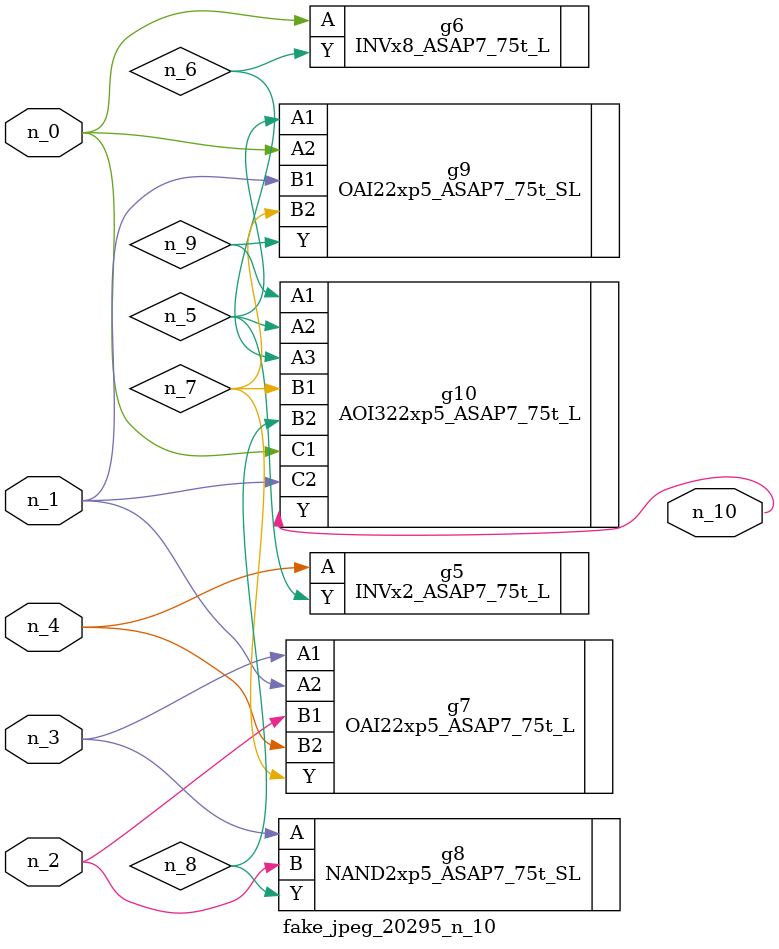
<source format=v>
module fake_jpeg_20295_n_10 (n_3, n_2, n_1, n_0, n_4, n_10);

input n_3;
input n_2;
input n_1;
input n_0;
input n_4;

output n_10;

wire n_8;
wire n_9;
wire n_6;
wire n_5;
wire n_7;

INVx2_ASAP7_75t_L g5 ( 
.A(n_4),
.Y(n_5)
);

INVx8_ASAP7_75t_L g6 ( 
.A(n_0),
.Y(n_6)
);

OAI22xp5_ASAP7_75t_L g7 ( 
.A1(n_3),
.A2(n_1),
.B1(n_2),
.B2(n_4),
.Y(n_7)
);

NAND2xp5_ASAP7_75t_SL g8 ( 
.A(n_3),
.B(n_2),
.Y(n_8)
);

OAI22xp5_ASAP7_75t_SL g9 ( 
.A1(n_5),
.A2(n_0),
.B1(n_1),
.B2(n_7),
.Y(n_9)
);

AOI322xp5_ASAP7_75t_L g10 ( 
.A1(n_9),
.A2(n_5),
.A3(n_6),
.B1(n_7),
.B2(n_8),
.C1(n_0),
.C2(n_1),
.Y(n_10)
);


endmodule
</source>
